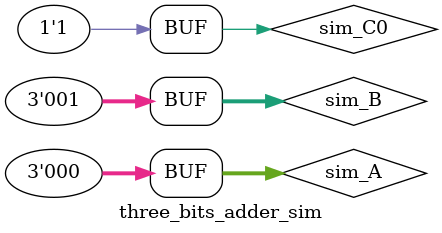
<source format=v>
`timescale 1ns / 1ps


module three_bits_adder_sim(

    );
    
    reg [2:0] sim_A, sim_B;
    reg sim_C0 = 1;
    
    wire [2:0] sim_S;
    wire sim_C3;
    
    three_bits_adder simulation(.A(sim_A), .B(sim_B), .C0(sim_C0), .S(sim_S), .C3(sim_C3));
    
    initial
    begin
    
        sim_A = 3'b000; sim_B = 5'b111; #100;
        sim_A = 3'b101; sim_B = 5'b101; #100;
        sim_A = 3'b010; sim_B = 5'b010; #100;
        sim_A = 3'b101; sim_B = 5'b101; #100;
        sim_A = 3'b011; sim_B = 5'b001; #100;
        sim_A = 3'b100; sim_B = 5'b100; #100;
        sim_A = 3'b101; sim_B = 5'b110; #100;
        sim_A = 3'b001; sim_B = 5'b000; #100;
        sim_A = 3'b001; sim_B = 5'b111; #100;
        sim_A = 3'b000; sim_B = 5'b001; #100;
    
    end
    
endmodule

</source>
